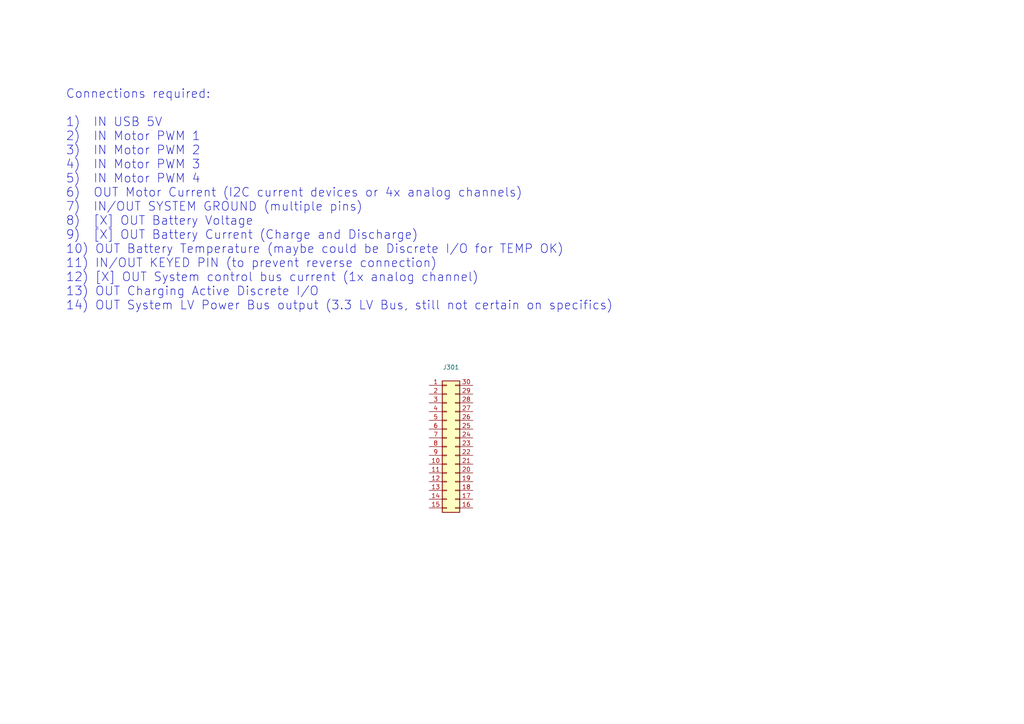
<source format=kicad_sch>
(kicad_sch (version 20211123) (generator eeschema)

  (uuid 1f22b38c-34b2-41d1-a7fd-1814570d7fb1)

  (paper "A4")

  (lib_symbols
    (symbol "Connector_Generic:Conn_02x15_Counter_Clockwise" (pin_names (offset 1.016) hide) (in_bom yes) (on_board yes)
      (property "Reference" "J" (id 0) (at 1.27 20.32 0)
        (effects (font (size 1.27 1.27)))
      )
      (property "Value" "Conn_02x15_Counter_Clockwise" (id 1) (at 1.27 -20.32 0)
        (effects (font (size 1.27 1.27)))
      )
      (property "Footprint" "" (id 2) (at 0 0 0)
        (effects (font (size 1.27 1.27)) hide)
      )
      (property "Datasheet" "~" (id 3) (at 0 0 0)
        (effects (font (size 1.27 1.27)) hide)
      )
      (property "ki_keywords" "connector" (id 4) (at 0 0 0)
        (effects (font (size 1.27 1.27)) hide)
      )
      (property "ki_description" "Generic connector, double row, 02x15, counter clockwise pin numbering scheme (similar to DIP packge numbering), script generated (kicad-library-utils/schlib/autogen/connector/)" (id 5) (at 0 0 0)
        (effects (font (size 1.27 1.27)) hide)
      )
      (property "ki_fp_filters" "Connector*:*_2x??_*" (id 6) (at 0 0 0)
        (effects (font (size 1.27 1.27)) hide)
      )
      (symbol "Conn_02x15_Counter_Clockwise_1_1"
        (rectangle (start -1.27 -17.653) (end 0 -17.907)
          (stroke (width 0.1524) (type default) (color 0 0 0 0))
          (fill (type none))
        )
        (rectangle (start -1.27 -15.113) (end 0 -15.367)
          (stroke (width 0.1524) (type default) (color 0 0 0 0))
          (fill (type none))
        )
        (rectangle (start -1.27 -12.573) (end 0 -12.827)
          (stroke (width 0.1524) (type default) (color 0 0 0 0))
          (fill (type none))
        )
        (rectangle (start -1.27 -10.033) (end 0 -10.287)
          (stroke (width 0.1524) (type default) (color 0 0 0 0))
          (fill (type none))
        )
        (rectangle (start -1.27 -7.493) (end 0 -7.747)
          (stroke (width 0.1524) (type default) (color 0 0 0 0))
          (fill (type none))
        )
        (rectangle (start -1.27 -4.953) (end 0 -5.207)
          (stroke (width 0.1524) (type default) (color 0 0 0 0))
          (fill (type none))
        )
        (rectangle (start -1.27 -2.413) (end 0 -2.667)
          (stroke (width 0.1524) (type default) (color 0 0 0 0))
          (fill (type none))
        )
        (rectangle (start -1.27 0.127) (end 0 -0.127)
          (stroke (width 0.1524) (type default) (color 0 0 0 0))
          (fill (type none))
        )
        (rectangle (start -1.27 2.667) (end 0 2.413)
          (stroke (width 0.1524) (type default) (color 0 0 0 0))
          (fill (type none))
        )
        (rectangle (start -1.27 5.207) (end 0 4.953)
          (stroke (width 0.1524) (type default) (color 0 0 0 0))
          (fill (type none))
        )
        (rectangle (start -1.27 7.747) (end 0 7.493)
          (stroke (width 0.1524) (type default) (color 0 0 0 0))
          (fill (type none))
        )
        (rectangle (start -1.27 10.287) (end 0 10.033)
          (stroke (width 0.1524) (type default) (color 0 0 0 0))
          (fill (type none))
        )
        (rectangle (start -1.27 12.827) (end 0 12.573)
          (stroke (width 0.1524) (type default) (color 0 0 0 0))
          (fill (type none))
        )
        (rectangle (start -1.27 15.367) (end 0 15.113)
          (stroke (width 0.1524) (type default) (color 0 0 0 0))
          (fill (type none))
        )
        (rectangle (start -1.27 17.907) (end 0 17.653)
          (stroke (width 0.1524) (type default) (color 0 0 0 0))
          (fill (type none))
        )
        (rectangle (start -1.27 19.05) (end 3.81 -19.05)
          (stroke (width 0.254) (type default) (color 0 0 0 0))
          (fill (type background))
        )
        (rectangle (start 3.81 -17.653) (end 2.54 -17.907)
          (stroke (width 0.1524) (type default) (color 0 0 0 0))
          (fill (type none))
        )
        (rectangle (start 3.81 -15.113) (end 2.54 -15.367)
          (stroke (width 0.1524) (type default) (color 0 0 0 0))
          (fill (type none))
        )
        (rectangle (start 3.81 -12.573) (end 2.54 -12.827)
          (stroke (width 0.1524) (type default) (color 0 0 0 0))
          (fill (type none))
        )
        (rectangle (start 3.81 -10.033) (end 2.54 -10.287)
          (stroke (width 0.1524) (type default) (color 0 0 0 0))
          (fill (type none))
        )
        (rectangle (start 3.81 -7.493) (end 2.54 -7.747)
          (stroke (width 0.1524) (type default) (color 0 0 0 0))
          (fill (type none))
        )
        (rectangle (start 3.81 -4.953) (end 2.54 -5.207)
          (stroke (width 0.1524) (type default) (color 0 0 0 0))
          (fill (type none))
        )
        (rectangle (start 3.81 -2.413) (end 2.54 -2.667)
          (stroke (width 0.1524) (type default) (color 0 0 0 0))
          (fill (type none))
        )
        (rectangle (start 3.81 0.127) (end 2.54 -0.127)
          (stroke (width 0.1524) (type default) (color 0 0 0 0))
          (fill (type none))
        )
        (rectangle (start 3.81 2.667) (end 2.54 2.413)
          (stroke (width 0.1524) (type default) (color 0 0 0 0))
          (fill (type none))
        )
        (rectangle (start 3.81 5.207) (end 2.54 4.953)
          (stroke (width 0.1524) (type default) (color 0 0 0 0))
          (fill (type none))
        )
        (rectangle (start 3.81 7.747) (end 2.54 7.493)
          (stroke (width 0.1524) (type default) (color 0 0 0 0))
          (fill (type none))
        )
        (rectangle (start 3.81 10.287) (end 2.54 10.033)
          (stroke (width 0.1524) (type default) (color 0 0 0 0))
          (fill (type none))
        )
        (rectangle (start 3.81 12.827) (end 2.54 12.573)
          (stroke (width 0.1524) (type default) (color 0 0 0 0))
          (fill (type none))
        )
        (rectangle (start 3.81 15.367) (end 2.54 15.113)
          (stroke (width 0.1524) (type default) (color 0 0 0 0))
          (fill (type none))
        )
        (rectangle (start 3.81 17.907) (end 2.54 17.653)
          (stroke (width 0.1524) (type default) (color 0 0 0 0))
          (fill (type none))
        )
        (pin passive line (at -5.08 17.78 0) (length 3.81)
          (name "Pin_1" (effects (font (size 1.27 1.27))))
          (number "1" (effects (font (size 1.27 1.27))))
        )
        (pin passive line (at -5.08 -5.08 0) (length 3.81)
          (name "Pin_10" (effects (font (size 1.27 1.27))))
          (number "10" (effects (font (size 1.27 1.27))))
        )
        (pin passive line (at -5.08 -7.62 0) (length 3.81)
          (name "Pin_11" (effects (font (size 1.27 1.27))))
          (number "11" (effects (font (size 1.27 1.27))))
        )
        (pin passive line (at -5.08 -10.16 0) (length 3.81)
          (name "Pin_12" (effects (font (size 1.27 1.27))))
          (number "12" (effects (font (size 1.27 1.27))))
        )
        (pin passive line (at -5.08 -12.7 0) (length 3.81)
          (name "Pin_13" (effects (font (size 1.27 1.27))))
          (number "13" (effects (font (size 1.27 1.27))))
        )
        (pin passive line (at -5.08 -15.24 0) (length 3.81)
          (name "Pin_14" (effects (font (size 1.27 1.27))))
          (number "14" (effects (font (size 1.27 1.27))))
        )
        (pin passive line (at -5.08 -17.78 0) (length 3.81)
          (name "Pin_15" (effects (font (size 1.27 1.27))))
          (number "15" (effects (font (size 1.27 1.27))))
        )
        (pin passive line (at 7.62 -17.78 180) (length 3.81)
          (name "Pin_16" (effects (font (size 1.27 1.27))))
          (number "16" (effects (font (size 1.27 1.27))))
        )
        (pin passive line (at 7.62 -15.24 180) (length 3.81)
          (name "Pin_17" (effects (font (size 1.27 1.27))))
          (number "17" (effects (font (size 1.27 1.27))))
        )
        (pin passive line (at 7.62 -12.7 180) (length 3.81)
          (name "Pin_18" (effects (font (size 1.27 1.27))))
          (number "18" (effects (font (size 1.27 1.27))))
        )
        (pin passive line (at 7.62 -10.16 180) (length 3.81)
          (name "Pin_19" (effects (font (size 1.27 1.27))))
          (number "19" (effects (font (size 1.27 1.27))))
        )
        (pin passive line (at -5.08 15.24 0) (length 3.81)
          (name "Pin_2" (effects (font (size 1.27 1.27))))
          (number "2" (effects (font (size 1.27 1.27))))
        )
        (pin passive line (at 7.62 -7.62 180) (length 3.81)
          (name "Pin_20" (effects (font (size 1.27 1.27))))
          (number "20" (effects (font (size 1.27 1.27))))
        )
        (pin passive line (at 7.62 -5.08 180) (length 3.81)
          (name "Pin_21" (effects (font (size 1.27 1.27))))
          (number "21" (effects (font (size 1.27 1.27))))
        )
        (pin passive line (at 7.62 -2.54 180) (length 3.81)
          (name "Pin_22" (effects (font (size 1.27 1.27))))
          (number "22" (effects (font (size 1.27 1.27))))
        )
        (pin passive line (at 7.62 0 180) (length 3.81)
          (name "Pin_23" (effects (font (size 1.27 1.27))))
          (number "23" (effects (font (size 1.27 1.27))))
        )
        (pin passive line (at 7.62 2.54 180) (length 3.81)
          (name "Pin_24" (effects (font (size 1.27 1.27))))
          (number "24" (effects (font (size 1.27 1.27))))
        )
        (pin passive line (at 7.62 5.08 180) (length 3.81)
          (name "Pin_25" (effects (font (size 1.27 1.27))))
          (number "25" (effects (font (size 1.27 1.27))))
        )
        (pin passive line (at 7.62 7.62 180) (length 3.81)
          (name "Pin_26" (effects (font (size 1.27 1.27))))
          (number "26" (effects (font (size 1.27 1.27))))
        )
        (pin passive line (at 7.62 10.16 180) (length 3.81)
          (name "Pin_27" (effects (font (size 1.27 1.27))))
          (number "27" (effects (font (size 1.27 1.27))))
        )
        (pin passive line (at 7.62 12.7 180) (length 3.81)
          (name "Pin_28" (effects (font (size 1.27 1.27))))
          (number "28" (effects (font (size 1.27 1.27))))
        )
        (pin passive line (at 7.62 15.24 180) (length 3.81)
          (name "Pin_29" (effects (font (size 1.27 1.27))))
          (number "29" (effects (font (size 1.27 1.27))))
        )
        (pin passive line (at -5.08 12.7 0) (length 3.81)
          (name "Pin_3" (effects (font (size 1.27 1.27))))
          (number "3" (effects (font (size 1.27 1.27))))
        )
        (pin passive line (at 7.62 17.78 180) (length 3.81)
          (name "Pin_30" (effects (font (size 1.27 1.27))))
          (number "30" (effects (font (size 1.27 1.27))))
        )
        (pin passive line (at -5.08 10.16 0) (length 3.81)
          (name "Pin_4" (effects (font (size 1.27 1.27))))
          (number "4" (effects (font (size 1.27 1.27))))
        )
        (pin passive line (at -5.08 7.62 0) (length 3.81)
          (name "Pin_5" (effects (font (size 1.27 1.27))))
          (number "5" (effects (font (size 1.27 1.27))))
        )
        (pin passive line (at -5.08 5.08 0) (length 3.81)
          (name "Pin_6" (effects (font (size 1.27 1.27))))
          (number "6" (effects (font (size 1.27 1.27))))
        )
        (pin passive line (at -5.08 2.54 0) (length 3.81)
          (name "Pin_7" (effects (font (size 1.27 1.27))))
          (number "7" (effects (font (size 1.27 1.27))))
        )
        (pin passive line (at -5.08 0 0) (length 3.81)
          (name "Pin_8" (effects (font (size 1.27 1.27))))
          (number "8" (effects (font (size 1.27 1.27))))
        )
        (pin passive line (at -5.08 -2.54 0) (length 3.81)
          (name "Pin_9" (effects (font (size 1.27 1.27))))
          (number "9" (effects (font (size 1.27 1.27))))
        )
      )
    )
  )


  (text "Connections required:\n\n1)  IN USB 5V\n2)  IN Motor PWM 1\n3)  IN Motor PWM 2\n4)  IN Motor PWM 3\n5)  IN Motor PWM 4\n6)  OUT Motor Current (I2C current devices or 4x analog channels)\n7)  IN/OUT SYSTEM GROUND (multiple pins)\n8)  [X] OUT Battery Voltage\n9)  [X] OUT Battery Current (Charge and Discharge)\n10) OUT Battery Temperature (maybe could be Discrete I/O for TEMP OK)\n11) IN/OUT KEYED PIN (to prevent reverse connection)\n12) [X] OUT System control bus current (1x analog channel)\n13) OUT Charging Active Discrete I/O\n14) OUT System LV Power Bus output (3.3 LV Bus, still not certain on specifics)"
    (at 19.05 90.17 0)
    (effects (font (size 2.54 2.54)) (justify left bottom))
    (uuid aea808cc-4bf1-43cf-a5ab-50c99cef3fb0)
  )

  (symbol (lib_id "Connector_Generic:Conn_02x15_Counter_Clockwise") (at 129.54 129.54 0) (unit 1)
    (in_bom yes) (on_board yes) (fields_autoplaced)
    (uuid ab1fdfc5-612c-4ce9-a3d5-595dcc65b235)
    (property "Reference" "J301" (id 0) (at 130.81 106.5235 0))
    (property "Value" "Conn_02x15_Counter_Clockwise" (id 1) (at 130.81 109.2986 0)
      (effects (font (size 1.27 1.27)) hide)
    )
    (property "Footprint" "Connector_PinHeader_1.27mm:PinHeader_2x15_P1.27mm_Vertical_SMD" (id 2) (at 129.54 129.54 0)
      (effects (font (size 1.27 1.27)) hide)
    )
    (property "Datasheet" "~" (id 3) (at 129.54 129.54 0)
      (effects (font (size 1.27 1.27)) hide)
    )
    (pin "1" (uuid 717a79de-57dc-4ec9-b031-f57c5acad8f7))
    (pin "10" (uuid ac451eca-3320-4c1f-b358-e4e0858fc442))
    (pin "11" (uuid 3405f521-7f4c-4319-abc3-770f4dc841ed))
    (pin "12" (uuid 2e6a4cbc-c0f9-42e3-a3b0-3f301730c2e2))
    (pin "13" (uuid a5d34781-9b0b-46af-9fa8-03bd7d3616ee))
    (pin "14" (uuid 976389fe-ef22-4eb8-b2de-a3786dc988bf))
    (pin "15" (uuid a45b62ac-4704-4bd8-9f21-69f296c16ad3))
    (pin "16" (uuid cfbac04a-b3d8-487d-b0ac-aec95c55b8da))
    (pin "17" (uuid 8d31fb1d-d82f-42ac-bb2b-edd58535dab4))
    (pin "18" (uuid 7016e795-f47f-452b-acda-b33392b14dd8))
    (pin "19" (uuid f1bbcf50-ba30-41fa-ac0f-bfd9d51d45de))
    (pin "2" (uuid f4516e45-73cb-485e-a844-42d26bc93e58))
    (pin "20" (uuid 4ec042dd-fcfe-42d6-b890-b00af367049a))
    (pin "21" (uuid 35181382-77d6-4e15-932e-d44ee3d95b25))
    (pin "22" (uuid ca738f65-fe04-4977-9b59-fdfdfdbdace7))
    (pin "23" (uuid 1514a6ba-6bdd-4550-953c-cb4049dfbc13))
    (pin "24" (uuid 3feaf132-2584-42ef-a65b-1ff67f2b733b))
    (pin "25" (uuid 8b1e0b8f-b317-425d-a19b-6df98df4b0c6))
    (pin "26" (uuid 8cdb6cbd-1997-404f-acd7-942cd6ee171d))
    (pin "27" (uuid 3e4e4c3e-5a01-4b5a-9693-aa8faf3a43cc))
    (pin "28" (uuid c8d51701-8335-4a8f-bb64-a8e7182a2336))
    (pin "29" (uuid 2cbce302-fbd6-4dbc-95e0-6891641bf637))
    (pin "3" (uuid 7c264164-6dbc-4637-8942-d9c18a7a9306))
    (pin "30" (uuid 88c35b47-f5fc-423c-a0bf-a66d79ee0392))
    (pin "4" (uuid 0edd0662-d6fc-4028-9e75-38d24c9806c2))
    (pin "5" (uuid 423f3456-04ba-46b8-bffe-37abe207afd5))
    (pin "6" (uuid 0cb24f7c-4f03-4dcb-89f0-079d571e4e6e))
    (pin "7" (uuid cdab3bbe-7467-4768-b348-88bf1be22242))
    (pin "8" (uuid 50f3e117-c38e-4a47-b2d1-1d400438ad4f))
    (pin "9" (uuid 38737a62-ad96-46ee-991e-938978fab6f4))
  )
)

</source>
